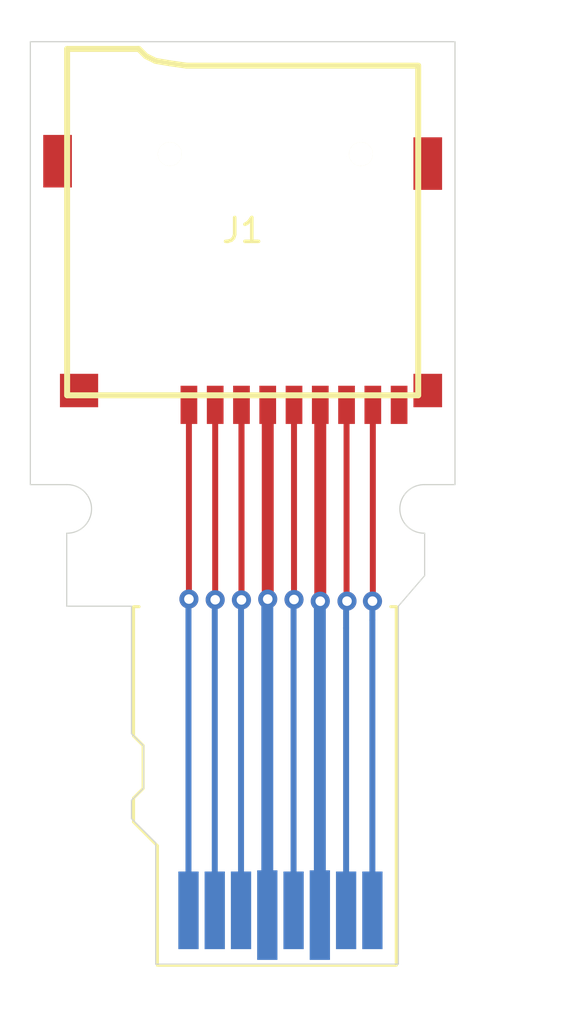
<source format=kicad_pcb>
(kicad_pcb (version 20240108) (generator "pcbnew") (generator_version "8.0")
  (layers (0 "F.Cu" signal) (31 "B.Cu" signal) (34 "B.Paste" user) (35 "F.Paste" user) (36 "B.SilkS" user "B.Silkscreen") (37 "F.SilkS" user "F.Silkscreen") (38 "B.Mask" user) (39 "F.Mask" user) (44 "Edge.Cuts" user))
  (net 0 "")
  (net 1 "/DAT2")
  (net 2 "/DAT3")
  (net 3 "/CMD")
  (net 4 "/VCC")
  (net 5 "/CLK")
  (net 6 "/DAT0")
  (net 7 "/DAT1")
  (net 10 "/GND")
  (footprint "SparkFun_MicroSD_Sniffer:GCT-MEM2055-00-190-01-A" (layer "F.Cu") (at 130.81 86.36)
    (property "Reference" "J1" (at 0 -8.1 0) (layer "F.SilkS"))
    (property "Value" "Micro_SD_Card_Det")
    (fp_line (start -7.35 -15.7) (end -7.35 -1.2) (stroke (width 0.25)) (layer "F.SilkS"))
    (fp_line (start -4.35 -15.7) (end -7.35 -15.7) (stroke (width 0.25)) (layer "F.SilkS"))
    (fp_line (start -4.05 -15.4) (end -4.35 -15.7) (stroke (width 0.25)) (layer "F.SilkS"))
    (fp_line (start -3.65 -15.2) (end -4.05 -15.4) (stroke (width 0.25)) (layer "F.SilkS"))
    (fp_line (start -3.05 -15.1) (end -3.65 -15.2) (stroke (width 0.25)) (layer "F.SilkS"))
    (fp_line (start -2.35 -15) (end -3.05 -15.1) (stroke (width 0.25)) (layer "F.SilkS"))
    (fp_line (start 7.35 -15) (end -2.35 -15) (stroke (width 0.25)) (layer "F.SilkS"))
    (fp_line (start 7.35 -1.2) (end -7.35 -1.2) (stroke (width 0.25)) (layer "F.SilkS"))
    (fp_line (start 7.35 -1.2) (end 7.35 -15) (stroke (width 0.25)) (layer "F.SilkS"))
    (pad "" smd rect (at -6.85 -1.4) (size 1.6 1.4) (layers "F.Cu" "F.Paste" "F.Mask"))
    (pad "" np_thru_hole circle (at -3.05 -11.3 180) (size 1 1) (drill 1) (layers "*.Cu" "*.Mask" "F.SilkS"))
    (pad "" np_thru_hole circle (at 4.95 -11.3 180) (size 1 1) (drill 1) (layers "*.Cu" "*.Mask" "F.SilkS"))
    (pad "" smd rect (at 7.75 -10.9 180) (size 1.2 2.2) (layers "F.Cu" "F.Paste" "F.Mask"))
    (pad "1" smd rect (at -2.25 -0.8) (size 0.7 1.6) (layers "F.Cu" "F.Paste" "F.Mask") (net 1 "/DAT2"))
    (pad "2" smd rect (at -1.15 -0.8) (size 0.7 1.6) (layers "F.Cu" "F.Paste" "F.Mask") (net 2 "/DAT3"))
    (pad "3" smd rect (at -0.05 -0.8) (size 0.7 1.6) (layers "F.Cu" "F.Paste" "F.Mask") (net 3 "/CMD"))
    (pad "4" smd rect (at 1.05 -0.8) (size 0.7 1.6) (layers "F.Cu" "F.Paste" "F.Mask") (net 4 "/VCC"))
    (pad "5" smd rect (at 2.15 -0.8) (size 0.7 1.6) (layers "F.Cu" "F.Paste" "F.Mask") (net 5 "/CLK"))
    (pad "6" smd rect (at 3.25 -0.8) (size 0.7 1.6) (layers "F.Cu" "F.Paste" "F.Mask") (net 10 "/GND"))
    (pad "7" smd rect (at 4.35 -0.8) (size 0.7 1.6) (layers "F.Cu" "F.Paste" "F.Mask") (net 6 "/DAT0"))
    (pad "8" smd rect (at 5.45 -0.8) (size 0.7 1.6) (layers "F.Cu" "F.Paste" "F.Mask") (net 7 "/DAT1"))
    (pad "9" smd rect (at 6.55 -0.8) (size 0.7 1.6) (layers "F.Cu" "F.Paste" "F.Mask"))
    (pad "10" smd rect (at 7.75 -1.4) (size 1.2 1.4) (layers "F.Cu" "F.Paste" "F.Mask"))
    (pad "~" smd rect (at -7.75 -11 180) (size 1.2 2.2) (layers "F.Cu" "F.Paste" "F.Mask"))
  )
  (footprint "SparkFun_MicroSD_Sniffer:SPARKFUN_MICRO-SDCARD" (layer "F.Cu") (at 127.0816 109.02065)
    (property "Reference" "U1" (hide yes))
    (property "Value" "SPARKFUN_MICRO-SDCARD")
    (fp_line (start -0.84 -15) (end -0.84 -9.6) (stroke (width 0.127)) (layer "F.SilkS"))
    (fp_line (start -0.84 -9.6) (end -0.44 -9.2) (stroke (width 0.127)) (layer "F.SilkS"))
    (fp_line (start -0.84 -7) (end -0.84 -6) (stroke (width 0.127)) (layer "F.SilkS"))
    (fp_line (start -0.84 -6) (end 0.16 -5) (stroke (width 0.127)) (layer "F.SilkS"))
    (fp_line (start -0.8382 -15.0114) (end -0.6096 -15.0114) (stroke (width 0.127)) (layer "F.SilkS"))
    (fp_line (start -0.44 -9.2) (end -0.44 -7.4) (stroke (width 0.127)) (layer "F.SilkS"))
    (fp_line (start -0.44 -7.4) (end -0.84 -7) (stroke (width 0.127)) (layer "F.SilkS"))
    (fp_line (start 0.16 -5) (end 0.16 0) (stroke (width 0.127)) (layer "F.SilkS"))
    (fp_line (start 0.16 0) (end 10.16 0) (stroke (width 0.127)) (layer "F.SilkS"))
    (fp_line (start 9.9314 -15.0114) (end 10.16 -15.0114) (stroke (width 0.127)) (layer "F.SilkS"))
    (fp_line (start 10.16 0) (end 10.16 -15) (stroke (width 0.127)) (layer "F.SilkS"))
    (pad "CD/DAT3" smd rect (at 2.56 -2.3) (size 0.85 3.25) (layers "B.Cu" "B.Paste" "B.Mask") (net 2 "/DAT3"))
    (pad "CLK" smd rect (at 5.86 -2.3) (size 0.85 3.25) (layers "B.Cu" "B.Paste" "B.Mask") (net 5 "/CLK"))
    (pad "CMD" smd rect (at 3.66 -2.3) (size 0.85 3.25) (layers "B.Cu" "B.Paste" "B.Mask") (net 3 "/CMD"))
    (pad "DAT0" smd rect (at 8.06 -2.3) (size 0.85 3.25) (layers "B.Cu" "B.Paste" "B.Mask") (net 6 "/DAT0"))
    (pad "DAT1" smd rect (at 9.16 -2.3) (size 0.85 3.25) (layers "B.Cu" "B.Paste" "B.Mask") (net 7 "/DAT1"))
    (pad "DAT2" smd rect (at 1.46 -2.3) (size 0.85 3.25) (layers "B.Cu" "B.Paste" "B.Mask") (net 1 "/DAT2"))
    (pad "GND" smd rect (at 6.96 -2.1 180) (size 0.85 3.75) (layers "B.Cu" "B.Paste" "B.Mask") (net 10 "/GND"))
    (pad "VCC" smd rect (at 4.76 -2.1) (size 0.85 3.75) (layers "B.Cu" "B.Paste" "B.Mask") (net 4 "/VCC"))
  )
  (gr_line (start 126.6616 99.8302) (end 126.6616 101.6082) (stroke (width 0.05)) (layer "Edge.Cuts"))
  (gr_arc (start 123.444 88.9) (mid 124.485717 89.916) (end 123.444 90.932) (stroke (width 0.05)) (layer "Edge.Cuts"))
  (gr_line (start 126.1536 102.1162) (end 126.1536 102.8782) (stroke (width 0.05)) (layer "Edge.Cuts"))
  (gr_line (start 127.1696 103.8942) (end 127.1696 108.9742) (stroke (width 0.05)) (layer "Edge.Cuts"))
  (gr_line (start 126.1536 102.8782) (end 127.1696 103.8942) (stroke (width 0.05)) (layer "Edge.Cuts"))
  (gr_line (start 138.43 92.71) (end 138.43 90.932) (stroke (width 0.05)) (layer "Edge.Cuts"))
  (gr_line (start 123.444 90.932) (end 123.444 93.9882) (stroke (width 0.05)) (layer "Edge.Cuts"))
  (gr_line (start 139.7 70.358) (end 121.92 70.358) (stroke (width 0.05)) (layer "Edge.Cuts"))
  (gr_line (start 127.1696 108.9742) (end 137.3296 108.9742) (stroke (width 0.05)) (layer "Edge.Cuts"))
  (gr_line (start 137.3296 108.9742) (end 137.3296 93.9882) (stroke (width 0.05)) (layer "Edge.Cuts"))
  (gr_line (start 138.43 88.9) (end 139.7 88.9) (stroke (width 0.05)) (layer "Edge.Cuts"))
  (gr_line (start 123.444 93.9882) (end 126.1536 93.9882) (stroke (width 0.05)) (layer "Edge.Cuts"))
  (gr_line (start 126.1536 99.3222) (end 126.6616 99.8302) (stroke (width 0.05)) (layer "Edge.Cuts"))
  (gr_line (start 139.7 88.9) (end 139.7 70.358) (stroke (width 0.05)) (layer "Edge.Cuts"))
  (gr_line (start 121.92 88.9) (end 123.444 88.9) (stroke (width 0.05)) (layer "Edge.Cuts"))
  (gr_arc (start 138.43 90.932) (mid 137.388283 89.916) (end 138.43 88.9) (stroke (width 0.05)) (layer "Edge.Cuts"))
  (gr_line (start 126.6616 101.6082) (end 126.1536 102.1162) (stroke (width 0.05)) (layer "Edge.Cuts"))
  (gr_line (start 126.1536 93.9882) (end 126.1536 99.3222) (stroke (width 0.05)) (layer "Edge.Cuts"))
  (gr_line (start 121.92 70.358) (end 121.92 88.9) (stroke (width 0.05)) (layer "Edge.Cuts"))
  (gr_line (start 137.3296 93.9882) (end 138.43 92.71) (stroke (width 0.05)) (layer "Edge.Cuts"))
  (segment (start 128.56 93.69) (end 128.56 85.56) (width 0.25) (layer "F.Cu") (net 1))
  (via (at 128.56 93.69) (size 0.8) (drill 0.4) (layers "F.Cu" "B.Cu") (net 1))
  (segment (start 128.5416 93.7084) (end 128.56 93.69) (width 0.25) (layer "B.Cu") (net 1))
  (segment (start 128.5416 106.72065) (end 128.5416 93.7084) (width 0.25) (layer "B.Cu") (net 1))
  (segment (start 129.66 93.719) (end 129.66 85.56) (width 0.25) (layer "F.Cu") (net 2))
  (segment (start 129.66 93.86) (end 129.66 93.719) (width 0.25) (layer "F.Cu") (net 2))
  (via (at 129.66 93.719) (size 0.8) (drill 0.4) (layers "F.Cu" "B.Cu") (net 2))
  (segment (start 129.6416 93.7374) (end 129.66 93.719) (width 0.25) (layer "B.Cu") (net 2))
  (segment (start 129.6416 106.72065) (end 129.6416 93.7374) (width 0.25) (layer "B.Cu") (net 2))
  (segment (start 130.7592 93.726) (end 130.76 93.7252) (width 0.25) (layer "F.Cu") (net 3))
  (segment (start 130.76 85.56) (end 130.76 93.93) (width 0.25) (layer "F.Cu") (net 3))
  (segment (start 130.76 93.7252) (end 130.76 85.56) (width 0.25) (layer "F.Cu") (net 3))
  (via (at 130.7592 93.726) (size 0.8) (drill 0.4) (layers "F.Cu" "B.Cu") (net 3))
  (segment (start 130.7592 93.726) (end 130.7416 93.7436) (width 0.25) (layer "B.Cu") (net 3))
  (segment (start 130.7416 93.7436) (end 130.7416 106.72065) (width 0.25) (layer "B.Cu") (net 3))
  (segment (start 131.86 93.692) (end 131.86 85.56) (width 0.5) (layer "F.Cu") (net 4))
  (segment (start 131.86 93.946) (end 131.86 93.692) (width 0.25) (layer "F.Cu") (net 4))
  (via (at 131.86 93.692) (size 0.8) (drill 0.4) (layers "F.Cu" "B.Cu") (net 4))
  (segment (start 131.8416 106.92065) (end 131.8416 93.7104) (width 0.5) (layer "B.Cu") (net 4))
  (segment (start 131.8416 93.7104) (end 131.86 93.692) (width 0.5) (layer "B.Cu") (net 4))
  (segment (start 132.96 93.7096) (end 132.96 93.862) (width 0.25) (layer "F.Cu") (net 5))
  (segment (start 132.96 93.7096) (end 132.96 85.56) (width 0.25) (layer "F.Cu") (net 5))
  (via (at 132.96 93.7096) (size 0.8) (drill 0.4) (layers "F.Cu" "B.Cu") (net 5))
  (segment (start 132.9416 93.728) (end 132.96 93.7096) (width 0.25) (layer "B.Cu") (net 5))
  (segment (start 132.9416 106.72065) (end 132.9416 93.728) (width 0.25) (layer "B.Cu") (net 5))
  (segment (start 135.1788 93.7768) (end 135.16 93.758) (width 0.25) (layer "F.Cu") (net 6))
  (segment (start 135.16 93.758) (end 135.16 85.56) (width 0.25) (layer "F.Cu") (net 6))
  (via (at 135.1788 93.7768) (size 0.8) (drill 0.4) (layers "F.Cu" "B.Cu") (net 6))
  (segment (start 135.1416 93.814) (end 135.1788 93.7768) (width 0.25) (layer "B.Cu") (net 6))
  (segment (start 135.1416 94.9062) (end 135.1416 93.814) (width 0.25) (layer "B.Cu") (net 6))
  (segment (start 135.1416 94.9062) (end 135.1416 106.72065) (width 0.25) (layer "B.Cu") (net 6))
  (segment (start 136.26 93.7624) (end 136.26 85.56) (width 0.25) (layer "F.Cu") (net 7))
  (segment (start 136.2456 93.7768) (end 136.26 93.7624) (width 0.25) (layer "F.Cu") (net 7))
  (via (at 136.2456 93.7768) (size 0.8) (drill 0.4) (layers "F.Cu" "B.Cu") (net 7))
  (segment (start 136.2416 94.5682) (end 136.2416 93.7808) (width 0.25) (layer "B.Cu") (net 7))
  (segment (start 136.2416 94.5682) (end 136.2416 106.72065) (width 0.25) (layer "B.Cu") (net 7))
  (segment (start 136.2416 93.7808) (end 136.2456 93.7768) (width 0.25) (layer "B.Cu") (net 7))
  (segment (start 134.06 93.780394) (end 134.06 85.56) (width 0.5) (layer "F.Cu") (net 10))
  (via (at 134.06 93.780394) (size 0.8) (drill 0.4) (layers "F.Cu" "B.Cu") (net 10))
  (segment (start 134.0416 93.798794) (end 134.06 93.780394) (width 0.25) (layer "B.Cu") (net 10))
  (segment (start 134.0416 106.92065) (end 134.0416 93.798794) (width 0.5) (layer "B.Cu") (net 10))
)
</source>
